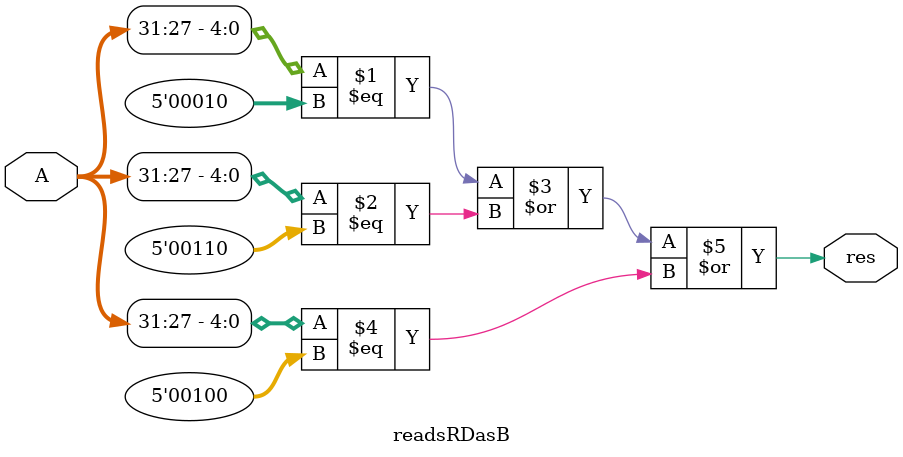
<source format=v>
 module isRorI(res, A);
    input [31:0] A;
    output res;
    
    assign res = (~A[31] & ~A[30] & ~A[29] & ~A[27]) | (~A[31] & ~A[30] & A[28] & ~A[27]) | (~A[31] & ~A[30] & A[29] & A[27]);

 endmodule


module writesToRD(res, A);
    input [31:0] A;
    output res;
    assign res = (A[31:27]==5'b0) | (A[31:27]==5'b00101) | (A[31:27]==5'b01000);
 endmodule

 module readsRS(res, A);
    input [31:0] A;
    output res;
    assign res = (A[31:27]==5'b0) | (A[31:27]==5'b00101)| (A[31:27]==5'b00111) | (A[31:27]==5'b01000) | (A[31:27]==5'b00010) | (A[31:27]==5'b00110);
 endmodule

 module readsRT(res, A);
    input [31:0] A;
    output res;
    assign res = (A[31:27]==5'b0);
 endmodule

  module readsRDasB(res, A);
    input [31:0] A;
    output res;
    assign res = (A[31:27]==5'b00010) | (A[31:27]==5'b00110) | (A[31:27]==5'b00100); 
 endmodule
 

 
</source>
